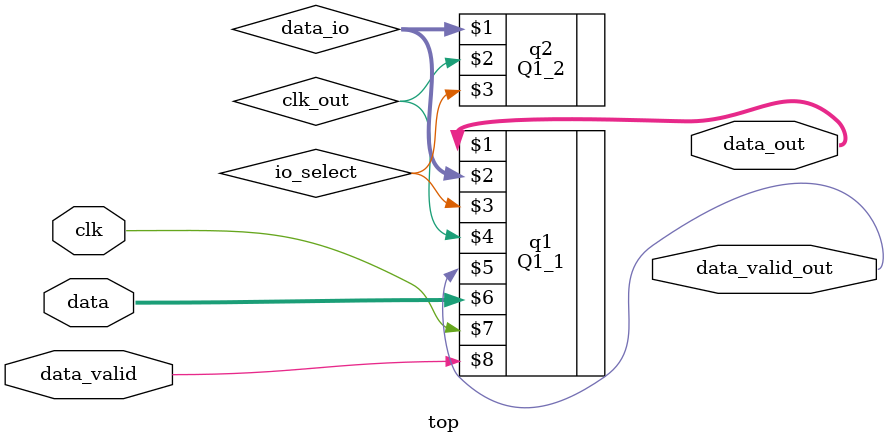
<source format=v>
`timescale 1ns / 1ps
module top(
    output [3:0] data_out,
    output data_valid_out,
    input data_valid,
    input [3:0] data,
    input clk
    );
    wire [3:0] data_io;
	 wire io_select,clk_out;
	  Q1_1 q1( data_out , data_io , io_select , clk_out , data_valid_out , data , clk, data_valid );
	  Q1_2 q2( data_io , clk_out, io_select );

endmodule

</source>
